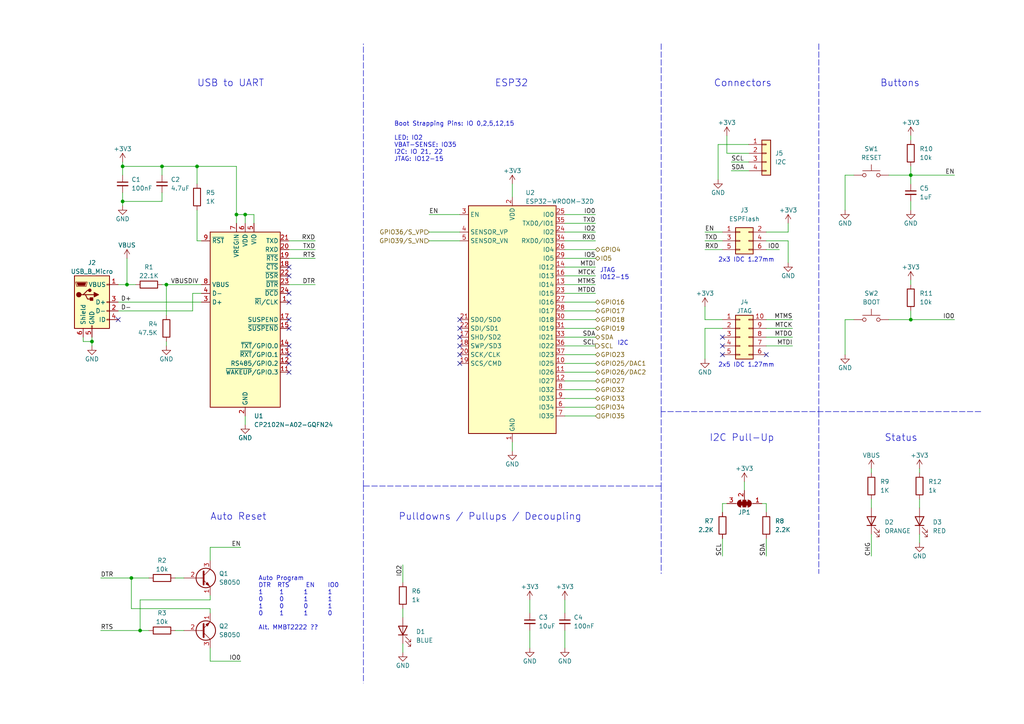
<source format=kicad_sch>
(kicad_sch (version 20211123) (generator eeschema)
  (paper "A4")
  (title_block (title "SW-3221: Controller") (date "2022-01-30") (rev "1"))
  (lib_symbols
    (symbol "Connector:USB_B_Micro" (pin_names (offset 1.016))
      (property "Reference" "J" (at -5.08 11.43 0))
      (property "Value" "USB_B_Micro" (at -5.08 8.89 0))
      (symbol "USB_B_Micro_0_1"
        (rectangle (start -5.08 -7.62) (end 5.08 7.62) (stroke (width 0.254)) (fill (type background)))
        (circle (center -3.81 2.159) (radius 0.635) (stroke (width 0.254)) (fill (type outline)))
        (circle (center -0.635 3.429) (radius 0.381) (stroke (width 0.254)) (fill (type outline)))
        (rectangle (start -0.127 -7.62) (end 0.127 -6.858))
        (polyline (pts (xy -1.905 2.159) (xy 0.635 2.159)) (stroke (width 0.254)))
        (polyline (pts (xy -3.175 2.159) (xy -2.54 2.159) (xy -1.27 3.429) (xy -0.635 3.429)) (stroke (width 0.254)))
        (polyline (pts (xy -2.54 2.159) (xy -1.905 2.159) (xy -1.27 0.889) (xy 0 0.889)) (stroke (width 0.254)))
        (polyline (pts (xy 0.635 2.794) (xy 0.635 1.524) (xy 1.905 2.159) (xy 0.635 2.794)) (stroke (width 0.254)) (fill (type outline)))
        (polyline (pts (xy -4.318 5.588) (xy -1.778 5.588) (xy -2.032 4.826) (xy -4.064 4.826) (xy -4.318 5.588)) (fill (type outline)))
        (polyline (pts (xy -4.699 5.842) (xy -4.699 5.588) (xy -4.445 4.826) (xy -4.445 4.572) (xy -1.651 4.572) (xy -1.651 4.826) (xy -1.397 5.588) (xy -1.397 5.842) (xy -4.699 5.842)))
        (rectangle (start 0.254 1.27) (end -0.508 0.508) (stroke (width 0.254)) (fill (type outline)))
        (rectangle (start 5.08 -5.207) (end 4.318 -4.953))
        (rectangle (start 5.08 -2.667) (end 4.318 -2.413))
        (rectangle (start 5.08 -0.127) (end 4.318 0.127))
        (rectangle (start 5.08 4.953) (end 4.318 5.207))
      )
      (symbol "USB_B_Micro_1_1"
        (pin power_out line (at 7.62 5.08 180) (length 2.54) (name "VBUS") (number "1"))
        (pin bidirectional line (at 7.62 -2.54 180) (length 2.54) (name "D-") (number "2"))
        (pin bidirectional line (at 7.62 0 180) (length 2.54) (name "D+") (number "3"))
        (pin passive line (at 7.62 -5.08 180) (length 2.54) (name "ID") (number "4"))
        (pin power_out line (at 0 -10.16 90) (length 2.54) (name "GND") (number "5"))
        (pin passive line (at -2.54 -10.16 90) (length 2.54) (name "Shield") (number "6"))
      )
    )
    (symbol "Connector_Generic:Conn_01x04" (pin_names (offset 1.016) hide)
      (property "Reference" "J" (at 0 5.08 0))
      (property "Value" "Conn_01x04" (at 0 -7.62 0))
      (symbol "Conn_01x04_1_1"
        (rectangle (start -1.27 -4.953) (end 0 -5.207) (stroke (width 0.1524)))
        (rectangle (start -1.27 -2.413) (end 0 -2.667) (stroke (width 0.1524)))
        (rectangle (start -1.27 0.127) (end 0 -0.127) (stroke (width 0.1524)))
        (rectangle (start -1.27 2.667) (end 0 2.413) (stroke (width 0.1524)))
        (rectangle (start -1.27 3.81) (end 1.27 -6.35) (stroke (width 0.254)) (fill (type background)))
        (pin passive line (at -5.08 2.54 0) (length 3.81) (name "Pin_1") (number "1"))
        (pin passive line (at -5.08 0 0) (length 3.81) (name "Pin_2") (number "2"))
        (pin passive line (at -5.08 -2.54 0) (length 3.81) (name "Pin_3") (number "3"))
        (pin passive line (at -5.08 -5.08 0) (length 3.81) (name "Pin_4") (number "4"))
      )
    )
    (symbol "Connector_Generic:Conn_02x03_Odd_Even" (pin_names (offset 1.016) hide)
      (property "Reference" "J" (at 1.27 5.08 0))
      (property "Value" "Conn_02x03_Odd_Even" (at 1.27 -5.08 0))
      (symbol "Conn_02x03_Odd_Even_1_1"
        (rectangle (start -1.27 -2.413) (end 0 -2.667) (stroke (width 0.1524)))
        (rectangle (start -1.27 0.127) (end 0 -0.127) (stroke (width 0.1524)))
        (rectangle (start -1.27 2.667) (end 0 2.413) (stroke (width 0.1524)))
        (rectangle (start -1.27 3.81) (end 3.81 -3.81) (stroke (width 0.254)) (fill (type background)))
        (rectangle (start 3.81 -2.413) (end 2.54 -2.667) (stroke (width 0.1524)))
        (rectangle (start 3.81 0.127) (end 2.54 -0.127) (stroke (width 0.1524)))
        (rectangle (start 3.81 2.667) (end 2.54 2.413) (stroke (width 0.1524)))
        (pin passive line (at -5.08 2.54 0) (length 3.81) (name "Pin_1") (number "1"))
        (pin passive line (at 7.62 2.54 180) (length 3.81) (name "Pin_2") (number "2"))
        (pin passive line (at -5.08 0 0) (length 3.81) (name "Pin_3") (number "3"))
        (pin passive line (at 7.62 0 180) (length 3.81) (name "Pin_4") (number "4"))
        (pin passive line (at -5.08 -2.54 0) (length 3.81) (name "Pin_5") (number "5"))
        (pin passive line (at 7.62 -2.54 180) (length 3.81) (name "Pin_6") (number "6"))
      )
    )
    (symbol "Connector_Generic:Conn_02x05_Counter_Clockwise" (pin_names (offset 1.016) hide)
      (property "Reference" "J" (at 1.27 7.62 0))
      (property "Value" "Conn_02x05_Counter_Clockwise" (at 1.27 -7.62 0))
      (symbol "Conn_02x05_Counter_Clockwise_1_1"
        (rectangle (start -1.27 -4.953) (end 0 -5.207) (stroke (width 0.1524)))
        (rectangle (start -1.27 -2.413) (end 0 -2.667) (stroke (width 0.1524)))
        (rectangle (start -1.27 0.127) (end 0 -0.127) (stroke (width 0.1524)))
        (rectangle (start -1.27 2.667) (end 0 2.413) (stroke (width 0.1524)))
        (rectangle (start -1.27 5.207) (end 0 4.953) (stroke (width 0.1524)))
        (rectangle (start -1.27 6.35) (end 3.81 -6.35) (stroke (width 0.254)) (fill (type background)))
        (rectangle (start 3.81 -4.953) (end 2.54 -5.207) (stroke (width 0.1524)))
        (rectangle (start 3.81 -2.413) (end 2.54 -2.667) (stroke (width 0.1524)))
        (rectangle (start 3.81 0.127) (end 2.54 -0.127) (stroke (width 0.1524)))
        (rectangle (start 3.81 2.667) (end 2.54 2.413) (stroke (width 0.1524)))
        (rectangle (start 3.81 5.207) (end 2.54 4.953) (stroke (width 0.1524)))
        (pin passive line (at -5.08 5.08 0) (length 3.81) (name "Pin_1") (number "1"))
        (pin passive line (at 7.62 5.08 180) (length 3.81) (name "Pin_10") (number "10"))
        (pin passive line (at -5.08 2.54 0) (length 3.81) (name "Pin_2") (number "2"))
        (pin passive line (at -5.08 0 0) (length 3.81) (name "Pin_3") (number "3"))
        (pin passive line (at -5.08 -2.54 0) (length 3.81) (name "Pin_4") (number "4"))
        (pin passive line (at -5.08 -5.08 0) (length 3.81) (name "Pin_5") (number "5"))
        (pin passive line (at 7.62 -5.08 180) (length 3.81) (name "Pin_6") (number "6"))
        (pin passive line (at 7.62 -2.54 180) (length 3.81) (name "Pin_7") (number "7"))
        (pin passive line (at 7.62 0 180) (length 3.81) (name "Pin_8") (number "8"))
        (pin passive line (at 7.62 2.54 180) (length 3.81) (name "Pin_9") (number "9"))
      )
    )
    (symbol "Device:C_Small" (pin_numbers hide) (pin_names (offset 0.254) hide)
      (property "Reference" "C" (at 0.254 1.778 0))
      (property "Value" "C_Small" (at 0.254 -2.032 0))
      (symbol "C_Small_0_1"
        (polyline (pts (xy -1.524 -0.508) (xy 1.524 -0.508)) (stroke (width 0.3302)))
        (polyline (pts (xy -1.524 0.508) (xy 1.524 0.508)) (stroke (width 0.3048)))
      )
      (symbol "C_Small_1_1"
        (pin passive line (at 0 2.54 270) (length 2.032) (name "~") (number "1"))
        (pin passive line (at 0 -2.54 90) (length 2.032) (name "~") (number "2"))
      )
    )
    (symbol "Device:LED" (pin_numbers hide) (pin_names (offset 1.016) hide)
      (property "Reference" "D" (at 0 2.54 0))
      (property "Value" "LED" (at 0 -2.54 0))
      (symbol "LED_0_1"
        (polyline (pts (xy -1.27 -1.27) (xy -1.27 1.27)) (stroke (width 0.254)))
        (polyline (pts (xy -1.27 0) (xy 1.27 0)))
        (polyline (pts (xy 1.27 -1.27) (xy 1.27 1.27) (xy -1.27 0) (xy 1.27 -1.27)) (stroke (width 0.254)))
        (polyline (pts (xy -3.048 -0.762) (xy -4.572 -2.286) (xy -3.81 -2.286) (xy -4.572 -2.286) (xy -4.572 -1.524)))
        (polyline (pts (xy -1.778 -0.762) (xy -3.302 -2.286) (xy -2.54 -2.286) (xy -3.302 -2.286) (xy -3.302 -1.524)))
      )
      (symbol "LED_1_1"
        (pin passive line (at -3.81 0 0) (length 2.54) (name "K") (number "1"))
        (pin passive line (at 3.81 0 180) (length 2.54) (name "A") (number "2"))
      )
    )
    (symbol "Device:R" (pin_numbers hide) (pin_names (offset 0))
      (property "Reference" "R" (at 2.032 0 90))
      (property "Value" "R" (at 0 0 90))
      (symbol "R_0_1"
        (rectangle (start -1.016 -2.54) (end 1.016 2.54) (stroke (width 0.254)))
      )
      (symbol "R_1_1"
        (pin passive line (at 0 3.81 270) (length 1.27) (name "~") (number "1"))
        (pin passive line (at 0 -3.81 90) (length 1.27) (name "~") (number "2"))
      )
    )
    (symbol "Interface_USB:CP2102N-Axx-xQFN24"
      (property "Reference" "U" (at -8.89 26.67 0))
      (property "Value" "CP2102N-Axx-xQFN24" (at 13.97 26.67 0))
      (symbol "CP2102N-Axx-xQFN24_0_1"
        (rectangle (start -10.16 25.4) (end 10.16 -25.4) (stroke (width 0.254)) (fill (type background)))
      )
      (symbol "CP2102N-Axx-xQFN24_1_1"
        (pin bidirectional line (at 12.7 5.08 180) (length 2.54) (name "~{RI}/CLK") (number "1"))
        (pin no_connect line (at -10.16 -22.86 0) (length 2.54) hide (name "NC") (number "10"))
        (pin bidirectional line (at 12.7 -15.24 180) (length 2.54) (name "~{WAKEUP}/GPIO.3") (number "11"))
        (pin bidirectional line (at 12.7 -12.7 180) (length 2.54) (name "RS485/GPIO.2") (number "12"))
        (pin bidirectional line (at 12.7 -10.16 180) (length 2.54) (name "~{RXT}/GPIO.1") (number "13"))
        (pin bidirectional line (at 12.7 -7.62 180) (length 2.54) (name "~{TXT}/GPIO.0") (number "14"))
        (pin output line (at 12.7 -2.54 180) (length 2.54) (name "~{SUSPEND}") (number "15"))
        (pin no_connect line (at 10.16 -22.86 180) (length 2.54) hide (name "NC") (number "16"))
        (pin output line (at 12.7 0 180) (length 2.54) (name "SUSPEND") (number "17"))
        (pin input line (at 12.7 15.24 180) (length 2.54) (name "~{CTS}") (number "18"))
        (pin output line (at 12.7 17.78 180) (length 2.54) (name "~{RTS}") (number "19"))
        (pin power_in line (at 0 -27.94 90) (length 2.54) (name "GND") (number "2"))
        (pin input line (at 12.7 20.32 180) (length 2.54) (name "RXD") (number "20"))
        (pin output line (at 12.7 22.86 180) (length 2.54) (name "TXD") (number "21"))
        (pin input line (at 12.7 12.7 180) (length 2.54) (name "~{DSR}") (number "22"))
        (pin output line (at 12.7 10.16 180) (length 2.54) (name "~{DTR}") (number "23"))
        (pin input line (at 12.7 7.62 180) (length 2.54) (name "~{DCD}") (number "24"))
        (pin passive line (at 0 -27.94 90) (length 2.54) hide (name "GND") (number "25"))
        (pin bidirectional line (at -12.7 5.08 0) (length 2.54) (name "D+") (number "3"))
        (pin bidirectional line (at -12.7 7.62 0) (length 2.54) (name "D-") (number "4"))
        (pin power_in line (at 2.54 27.94 270) (length 2.54) (name "VIO") (number "5"))
        (pin power_in line (at 0 27.94 270) (length 2.54) (name "VDD") (number "6"))
        (pin power_in line (at -2.54 27.94 270) (length 2.54) (name "VREGIN") (number "7"))
        (pin input line (at -12.7 10.16 0) (length 2.54) (name "VBUS") (number "8"))
        (pin input line (at -12.7 22.86 0) (length 2.54) (name "~{RST}") (number "9"))
      )
    )
    (symbol "Jumper:SolderJumper_3_Bridged123" (pin_names (offset 0) hide)
      (property "Reference" "JP" (at -2.54 -2.54 0))
      (property "Value" "SolderJumper_3_Bridged123" (at 0 2.794 0))
      (symbol "SolderJumper_3_Bridged123_0_1"
        (rectangle (start -1.016 0.508) (end -0.508 -0.508) (fill (type outline)))
        (arc (start -1.016 1.016) (mid -2.032 0) (end -1.016 -1.016))
        (arc (start -1.016 1.016) (mid -2.032 0) (end -1.016 -1.016) (fill (type outline)))
        (rectangle (start -0.508 1.016) (end 0.508 -1.016) (fill (type outline)))
        (polyline (pts (xy -2.54 0) (xy -2.032 0)))
        (polyline (pts (xy -1.016 1.016) (xy -1.016 -1.016)))
        (polyline (pts (xy 0 -1.27) (xy 0 -1.016)))
        (polyline (pts (xy 1.016 1.016) (xy 1.016 -1.016)))
        (polyline (pts (xy 2.54 0) (xy 2.032 0)))
        (rectangle (start 0.508 0.508) (end 1.016 -0.508) (fill (type outline)))
        (arc (start 1.016 -1.016) (mid 2.032 0) (end 1.016 1.016))
        (arc (start 1.016 -1.016) (mid 2.032 0) (end 1.016 1.016) (fill (type outline)))
      )
      (symbol "SolderJumper_3_Bridged123_1_1"
        (pin passive line (at -5.08 0 0) (length 2.54) (name "A") (number "1"))
        (pin input line (at 0 -3.81 90) (length 2.54) (name "C") (number "2"))
        (pin passive line (at 5.08 0 180) (length 2.54) (name "B") (number "3"))
      )
    )
    (symbol "RF_Module:ESP32-WROOM-32D"
      (property "Reference" "U" (at -12.7 34.29 0))
      (property "Value" "ESP32-WROOM-32D" (at 1.27 34.29 0))
      (symbol "ESP32-WROOM-32D_0_1"
        (rectangle (start -12.7 33.02) (end 12.7 -33.02) (stroke (width 0.254)) (fill (type background)))
      )
      (symbol "ESP32-WROOM-32D_1_1"
        (pin power_in line (at 0 -35.56 90) (length 2.54) (name "GND") (number "1"))
        (pin bidirectional line (at 15.24 -12.7 180) (length 2.54) (name "IO25") (number "10"))
        (pin bidirectional line (at 15.24 -15.24 180) (length 2.54) (name "IO26") (number "11"))
        (pin bidirectional line (at 15.24 -17.78 180) (length 2.54) (name "IO27") (number "12"))
        (pin bidirectional line (at 15.24 10.16 180) (length 2.54) (name "IO14") (number "13"))
        (pin bidirectional line (at 15.24 15.24 180) (length 2.54) (name "IO12") (number "14"))
        (pin passive line (at 0 -35.56 90) (length 2.54) hide (name "GND") (number "15"))
        (pin bidirectional line (at 15.24 12.7 180) (length 2.54) (name "IO13") (number "16"))
        (pin bidirectional line (at -15.24 -5.08 0) (length 2.54) (name "SHD/SD2") (number "17"))
        (pin bidirectional line (at -15.24 -7.62 0) (length 2.54) (name "SWP/SD3") (number "18"))
        (pin bidirectional line (at -15.24 -12.7 0) (length 2.54) (name "SCS/CMD") (number "19"))
        (pin power_in line (at 0 35.56 270) (length 2.54) (name "VDD") (number "2"))
        (pin bidirectional line (at -15.24 -10.16 0) (length 2.54) (name "SCK/CLK") (number "20"))
        (pin bidirectional line (at -15.24 0 0) (length 2.54) (name "SDO/SD0") (number "21"))
        (pin bidirectional line (at -15.24 -2.54 0) (length 2.54) (name "SDI/SD1") (number "22"))
        (pin bidirectional line (at 15.24 7.62 180) (length 2.54) (name "IO15") (number "23"))
        (pin bidirectional line (at 15.24 25.4 180) (length 2.54) (name "IO2") (number "24"))
        (pin bidirectional line (at 15.24 30.48 180) (length 2.54) (name "IO0") (number "25"))
        (pin bidirectional line (at 15.24 20.32 180) (length 2.54) (name "IO4") (number "26"))
        (pin bidirectional line (at 15.24 5.08 180) (length 2.54) (name "IO16") (number "27"))
        (pin bidirectional line (at 15.24 2.54 180) (length 2.54) (name "IO17") (number "28"))
        (pin bidirectional line (at 15.24 17.78 180) (length 2.54) (name "IO5") (number "29"))
        (pin input line (at -15.24 30.48 0) (length 2.54) (name "EN") (number "3"))
        (pin bidirectional line (at 15.24 0 180) (length 2.54) (name "IO18") (number "30"))
        (pin bidirectional line (at 15.24 -2.54 180) (length 2.54) (name "IO19") (number "31"))
        (pin no_connect line (at -12.7 -27.94 0) (length 2.54) hide (name "NC") (number "32"))
        (pin bidirectional line (at 15.24 -5.08 180) (length 2.54) (name "IO21") (number "33"))
        (pin bidirectional line (at 15.24 22.86 180) (length 2.54) (name "RXD0/IO3") (number "34"))
        (pin bidirectional line (at 15.24 27.94 180) (length 2.54) (name "TXD0/IO1") (number "35"))
        (pin bidirectional line (at 15.24 -7.62 180) (length 2.54) (name "IO22") (number "36"))
        (pin bidirectional line (at 15.24 -10.16 180) (length 2.54) (name "IO23") (number "37"))
        (pin passive line (at 0 -35.56 90) (length 2.54) hide (name "GND") (number "38"))
        (pin passive line (at 0 -35.56 90) (length 2.54) hide (name "GND") (number "39"))
        (pin input line (at -15.24 25.4 0) (length 2.54) (name "SENSOR_VP") (number "4"))
        (pin input line (at -15.24 22.86 0) (length 2.54) (name "SENSOR_VN") (number "5"))
        (pin input line (at 15.24 -25.4 180) (length 2.54) (name "IO34") (number "6"))
        (pin input line (at 15.24 -27.94 180) (length 2.54) (name "IO35") (number "7"))
        (pin bidirectional line (at 15.24 -20.32 180) (length 2.54) (name "IO32") (number "8"))
        (pin bidirectional line (at 15.24 -22.86 180) (length 2.54) (name "IO33") (number "9"))
      )
    )
    (symbol "Switch:SW_Push" (pin_numbers hide) (pin_names (offset 1.016) hide)
      (property "Reference" "SW" (at 1.27 2.54 0))
      (property "Value" "SW_Push" (at 0 -1.524 0))
      (symbol "SW_Push_0_1"
        (circle (center -2.032 0) (radius 0.508))
        (polyline (pts (xy 0 1.27) (xy 0 3.048)))
        (polyline (pts (xy 2.54 1.27) (xy -2.54 1.27)))
        (circle (center 2.032 0) (radius 0.508))
        (pin passive line (at -5.08 0 0) (length 2.54) (name "1") (number "1"))
        (pin passive line (at 5.08 0 180) (length 2.54) (name "2") (number "2"))
      )
    )
    (symbol "Transistor_BJT:S8050" (pin_names (offset 0) hide)
      (property "Reference" "Q" (at 5.08 1.905 0))
      (property "Value" "S8050" (at 5.08 0 0))
      (symbol "S8050_0_1"
        (polyline (pts (xy 0 0) (xy 0.635 0)))
        (polyline (pts (xy 0.635 0.635) (xy 2.54 2.54)))
        (polyline (pts (xy 0.635 -0.635) (xy 2.54 -2.54) (xy 2.54 -2.54)))
        (polyline (pts (xy 0.635 1.905) (xy 0.635 -1.905) (xy 0.635 -1.905)) (stroke (width 0.508)))
        (polyline (pts (xy 1.27 -1.778) (xy 1.778 -1.27) (xy 2.286 -2.286) (xy 1.27 -1.778) (xy 1.27 -1.778)) (fill (type outline)))
        (circle (center 1.27 0) (radius 2.8194) (stroke (width 0.254)))
      )
      (symbol "S8050_1_1"
        (pin passive line (at 2.54 -5.08 90) (length 2.54) (name "E") (number "1"))
        (pin input line (at -5.08 0 0) (length 5.08) (name "B") (number "2"))
        (pin passive line (at 2.54 5.08 270) (length 2.54) (name "C") (number "3"))
      )
    )
    (symbol "power:+3.3V" (power) (pin_names (offset 0))
      (property "Value" "+3.3V" (at 0 3.556 0))
      (symbol "+3.3V_0_1"
        (polyline (pts (xy -0.762 1.27) (xy 0 2.54)))
        (polyline (pts (xy 0 0) (xy 0 2.54)))
        (polyline (pts (xy 0 2.54) (xy 0.762 1.27)))
      )
      (symbol "+3.3V_1_1"
        (pin power_in line (at 0 0 90) (length 0) hide (name "+3V3") (number "1"))
      )
    )
    (symbol "power:GND" (power) (pin_names (offset 0))
      (property "Value" "GND" (at 0 -3.81 0))
      (symbol "GND_0_1"
        (polyline (pts (xy 0 0) (xy 0 -1.27) (xy 1.27 -1.27) (xy 0 -2.54) (xy -1.27 -1.27) (xy 0 -1.27)))
      )
      (symbol "GND_1_1"
        (pin power_in line (at 0 0 270) (length 0) hide (name "GND") (number "1"))
      )
    )
    (symbol "power:VBUS" (power) (pin_names (offset 0))
      (property "Value" "VBUS" (at 0 3.81 0))
      (symbol "VBUS_0_1"
        (polyline (pts (xy -0.762 1.27) (xy 0 2.54)))
        (polyline (pts (xy 0 0) (xy 0 2.54)))
        (polyline (pts (xy 0 2.54) (xy 0.762 1.27)))
      )
      (symbol "VBUS_1_1"
        (pin power_in line (at 0 0 90) (length 0) hide (name "VBUS") (number "1"))
      )
    )
  )
  (junction (at 38.1 167.64))
  (junction (at 48.26 82.55))
  (junction (at 264.16 50.8))
  (junction (at 40.64 182.88))
  (junction (at 26.67 99.06))
  (junction (at 264.16 92.71))
  (junction (at 36.83 82.55))
  (junction (at 46.99 48.26))
  (junction (at 71.12 62.23))
  (junction (at 57.15 48.26))
  (junction (at 68.58 62.23))
  (junction (at 35.56 58.42))
  (junction (at 35.56 48.26))
  (no_connect (at 133.35 92.71))
  (no_connect (at 133.35 100.33))
  (no_connect (at 133.35 102.87))
  (no_connect (at 133.35 95.25))
  (no_connect (at 133.35 97.79))
  (no_connect (at 133.35 105.41))
  (no_connect (at 83.82 77.47))
  (no_connect (at 83.82 92.71))
  (no_connect (at 83.82 87.63))
  (no_connect (at 83.82 95.25))
  (no_connect (at 83.82 85.09))
  (no_connect (at 83.82 80.01))
  (no_connect (at 83.82 105.41))
  (no_connect (at 83.82 100.33))
  (no_connect (at 83.82 102.87))
  (no_connect (at 83.82 107.95))
  (no_connect (at 34.29 92.71))
  (no_connect (at 222.25 102.87))
  (no_connect (at 209.55 100.33))
  (no_connect (at 209.55 102.87))
  (no_connect (at 209.55 97.79))
  (wire (pts (xy 163.83 69.85) (xy 172.72 69.85)))
  (wire (pts (xy 204.47 95.25) (xy 209.55 95.25)))
  (wire (pts (xy 222.25 72.39) (xy 226.06 72.39)))
  (wire (pts (xy 26.67 99.06) (xy 24.13 99.06)))
  (wire (pts (xy 116.84 186.69) (xy 116.84 189.23)))
  (wire (pts (xy 215.9 139.7) (xy 215.9 142.24)))
  (wire (pts (xy 57.15 69.85) (xy 58.42 69.85)))
  (wire (pts (xy 217.17 46.99) (xy 212.09 46.99)))
  (wire (pts (xy 163.83 64.77) (xy 172.72 64.77)))
  (wire (pts (xy 48.26 82.55) (xy 48.26 91.44)))
  (wire (pts (xy 222.25 161.29) (xy 222.25 156.21)))
  (wire (pts (xy 36.83 74.93) (xy 36.83 82.55)))
  (wire (pts (xy 60.96 162.56) (xy 60.96 158.75)))
  (wire (pts (xy 40.64 182.88) (xy 43.18 182.88)))
  (wire (pts (xy 163.83 95.25) (xy 172.72 95.25)))
  (wire (pts (xy 116.84 163.83) (xy 116.84 168.91)))
  (wire (pts (xy 58.42 85.09) (xy 55.88 85.09)))
  (wire (pts (xy 204.47 92.71) (xy 209.55 92.71)))
  (wire (pts (xy 57.15 48.26) (xy 68.58 48.26)))
  (wire (pts (xy 209.55 72.39) (xy 204.47 72.39)))
  (wire (pts (xy 26.67 97.79) (xy 26.67 99.06)))
  (wire (pts (xy 252.73 144.78) (xy 252.73 147.32)))
  (wire (pts (xy 35.56 48.26) (xy 46.99 48.26)))
  (polyline (pts (xy 284.48 119.38) (xy 191.77 119.38)))
  (wire (pts (xy 73.66 62.23) (xy 71.12 62.23)))
  (wire (pts (xy 163.83 113.03) (xy 172.72 113.03)))
  (wire (pts (xy 209.55 69.85) (xy 204.47 69.85)))
  (wire (pts (xy 163.83 90.17) (xy 172.72 90.17)))
  (wire (pts (xy 220.98 146.05) (xy 222.25 146.05)))
  (wire (pts (xy 46.99 55.88) (xy 46.99 58.42)))
  (wire (pts (xy 264.16 39.37) (xy 264.16 40.64)))
  (wire (pts (xy 163.83 102.87) (xy 172.72 102.87)))
  (wire (pts (xy 57.15 48.26) (xy 57.15 53.34)))
  (wire (pts (xy 222.25 95.25) (xy 229.87 95.25)))
  (wire (pts (xy 264.16 50.8) (xy 257.81 50.8)))
  (wire (pts (xy 68.58 62.23) (xy 68.58 64.77)))
  (polyline (pts (xy 237.49 12.7) (xy 237.49 119.38)))
  (wire (pts (xy 60.96 191.77) (xy 69.85 191.77)))
  (wire (pts (xy 222.25 97.79) (xy 229.87 97.79)))
  (wire (pts (xy 153.67 182.88) (xy 153.67 187.96)))
  (wire (pts (xy 163.83 110.49) (xy 172.72 110.49)))
  (wire (pts (xy 264.16 48.26) (xy 264.16 50.8)))
  (wire (pts (xy 133.35 69.85) (xy 124.46 69.85)))
  (wire (pts (xy 163.83 80.01) (xy 172.72 80.01)))
  (wire (pts (xy 83.82 72.39) (xy 91.44 72.39)))
  (wire (pts (xy 222.25 100.33) (xy 229.87 100.33)))
  (wire (pts (xy 228.6 69.85) (xy 228.6 76.2)))
  (wire (pts (xy 60.96 158.75) (xy 69.85 158.75)))
  (wire (pts (xy 83.82 82.55) (xy 91.44 82.55)))
  (wire (pts (xy 163.83 62.23) (xy 172.72 62.23)))
  (wire (pts (xy 222.25 92.71) (xy 229.87 92.71)))
  (wire (pts (xy 163.83 115.57) (xy 172.72 115.57)))
  (wire (pts (xy 247.65 92.71) (xy 245.11 92.71)))
  (wire (pts (xy 264.16 90.17) (xy 264.16 92.71)))
  (wire (pts (xy 35.56 58.42) (xy 46.99 58.42)))
  (polyline (pts (xy 191.77 140.97) (xy 105.41 140.97)))
  (wire (pts (xy 55.88 85.09) (xy 55.88 90.17)))
  (polyline (pts (xy 237.49 119.38) (xy 237.49 166.37)))
  (wire (pts (xy 163.83 173.99) (xy 163.83 177.8)))
  (wire (pts (xy 83.82 74.93) (xy 91.44 74.93)))
  (wire (pts (xy 24.13 97.79) (xy 24.13 99.06)))
  (wire (pts (xy 257.81 92.71) (xy 264.16 92.71)))
  (wire (pts (xy 46.99 48.26) (xy 57.15 48.26)))
  (wire (pts (xy 228.6 64.77) (xy 228.6 67.31)))
  (wire (pts (xy 163.83 74.93) (xy 172.72 74.93)))
  (wire (pts (xy 50.8 167.64) (xy 53.34 167.64)))
  (wire (pts (xy 38.1 176.53) (xy 60.96 176.53)))
  (wire (pts (xy 148.59 53.34) (xy 148.59 57.15)))
  (wire (pts (xy 68.58 48.26) (xy 68.58 62.23)))
  (wire (pts (xy 57.15 69.85) (xy 57.15 60.96)))
  (wire (pts (xy 60.96 187.96) (xy 60.96 191.77)))
  (wire (pts (xy 208.28 41.91) (xy 208.28 52.07)))
  (wire (pts (xy 55.88 90.17) (xy 34.29 90.17)))
  (wire (pts (xy 163.83 107.95) (xy 172.72 107.95)))
  (wire (pts (xy 264.16 81.28) (xy 264.16 82.55)))
  (wire (pts (xy 163.83 85.09) (xy 172.72 85.09)))
  (wire (pts (xy 124.46 62.23) (xy 133.35 62.23)))
  (wire (pts (xy 264.16 50.8) (xy 264.16 53.34)))
  (polyline (pts (xy 191.77 12.7) (xy 191.77 119.38)))
  (wire (pts (xy 264.16 58.42) (xy 264.16 60.96)))
  (wire (pts (xy 34.29 87.63) (xy 58.42 87.63)))
  (wire (pts (xy 209.55 146.05) (xy 210.82 146.05)))
  (polyline (pts (xy 191.77 140.97) (xy 191.77 166.37)))
  (wire (pts (xy 266.7 135.89) (xy 266.7 137.16)))
  (wire (pts (xy 34.29 82.55) (xy 36.83 82.55)))
  (wire (pts (xy 71.12 62.23) (xy 71.12 64.77)))
  (wire (pts (xy 228.6 67.31) (xy 222.25 67.31)))
  (wire (pts (xy 217.17 49.53) (xy 212.09 49.53)))
  (wire (pts (xy 245.11 50.8) (xy 245.11 60.96)))
  (wire (pts (xy 209.55 148.59) (xy 209.55 146.05)))
  (wire (pts (xy 247.65 50.8) (xy 245.11 50.8)))
  (wire (pts (xy 163.83 82.55) (xy 172.72 82.55)))
  (wire (pts (xy 163.83 105.41) (xy 172.72 105.41)))
  (polyline (pts (xy 105.41 140.97) (xy 105.41 198.12)))
  (wire (pts (xy 266.7 144.78) (xy 266.7 147.32)))
  (wire (pts (xy 60.96 172.72) (xy 60.96 173.99)))
  (wire (pts (xy 46.99 82.55) (xy 48.26 82.55)))
  (wire (pts (xy 35.56 48.26) (xy 35.56 50.8)))
  (wire (pts (xy 148.59 128.27) (xy 148.59 130.81)))
  (wire (pts (xy 252.73 137.16) (xy 252.73 135.89)))
  (wire (pts (xy 60.96 173.99) (xy 40.64 173.99)))
  (wire (pts (xy 210.82 39.37) (xy 210.82 44.45)))
  (polyline (pts (xy 191.77 119.38) (xy 191.77 140.97)))
  (wire (pts (xy 222.25 69.85) (xy 228.6 69.85)))
  (wire (pts (xy 209.55 161.29) (xy 209.55 156.21)))
  (wire (pts (xy 36.83 82.55) (xy 39.37 82.55)))
  (wire (pts (xy 163.83 77.47) (xy 172.72 77.47)))
  (wire (pts (xy 43.18 167.64) (xy 38.1 167.64)))
  (wire (pts (xy 209.55 67.31) (xy 204.47 67.31)))
  (wire (pts (xy 264.16 92.71) (xy 276.86 92.71)))
  (wire (pts (xy 48.26 99.06) (xy 48.26 100.33)))
  (wire (pts (xy 222.25 146.05) (xy 222.25 148.59)))
  (wire (pts (xy 26.67 99.06) (xy 26.67 100.33)))
  (wire (pts (xy 35.56 55.88) (xy 35.56 58.42)))
  (wire (pts (xy 35.56 59.69) (xy 35.56 58.42)))
  (wire (pts (xy 163.83 67.31) (xy 172.72 67.31)))
  (wire (pts (xy 29.21 182.88) (xy 40.64 182.88)))
  (wire (pts (xy 266.7 154.94) (xy 266.7 157.48)))
  (wire (pts (xy 46.99 48.26) (xy 46.99 50.8)))
  (wire (pts (xy 71.12 62.23) (xy 68.58 62.23)))
  (wire (pts (xy 133.35 67.31) (xy 124.46 67.31)))
  (wire (pts (xy 163.83 182.88) (xy 163.83 187.96)))
  (wire (pts (xy 252.73 154.94) (xy 252.73 161.29)))
  (wire (pts (xy 153.67 173.99) (xy 153.67 177.8)))
  (wire (pts (xy 40.64 173.99) (xy 40.64 182.88)))
  (wire (pts (xy 163.83 87.63) (xy 172.72 87.63)))
  (wire (pts (xy 83.82 69.85) (xy 91.44 69.85)))
  (wire (pts (xy 163.83 97.79) (xy 172.72 97.79)))
  (wire (pts (xy 35.56 46.99) (xy 35.56 48.26)))
  (wire (pts (xy 29.21 167.64) (xy 38.1 167.64)))
  (wire (pts (xy 163.83 72.39) (xy 172.72 72.39)))
  (wire (pts (xy 163.83 92.71) (xy 172.72 92.71)))
  (wire (pts (xy 163.83 118.11) (xy 172.72 118.11)))
  (wire (pts (xy 71.12 120.65) (xy 71.12 123.19)))
  (wire (pts (xy 217.17 44.45) (xy 210.82 44.45)))
  (wire (pts (xy 204.47 88.9) (xy 204.47 92.71)))
  (wire (pts (xy 38.1 167.64) (xy 38.1 176.53)))
  (wire (pts (xy 264.16 50.8) (xy 276.86 50.8)))
  (wire (pts (xy 204.47 104.14) (xy 204.47 95.25)))
  (polyline (pts (xy 105.41 140.97) (xy 105.41 12.7)))
  (wire (pts (xy 48.26 82.55) (xy 58.42 82.55)))
  (wire (pts (xy 245.11 92.71) (xy 245.11 102.87)))
  (wire (pts (xy 163.83 100.33) (xy 172.72 100.33)))
  (wire (pts (xy 50.8 182.88) (xy 53.34 182.88)))
  (wire (pts (xy 116.84 176.53) (xy 116.84 179.07)))
  (wire (pts (xy 208.28 41.91) (xy 217.17 41.91)))
  (wire (pts (xy 73.66 64.77) (xy 73.66 62.23)))
  (wire (pts (xy 60.96 176.53) (xy 60.96 177.8)))
  (wire (pts (xy 163.83 120.65) (xy 172.72 120.65)))
  (text "Status" (at 256.54 128.27 0) (effects (font (size 2 2)) (justify left bottom)))
  (text "I2C" (at 179.07 100.33 0) (effects (font (size 1.27 1.27)) (justify left bottom)))
  (text "ESP32" (at 143.51 25.4 0) (effects (font (size 2 2)) (justify left bottom)))
  (text "2x3 IDC 1.27mm" (at 208.28 76.2 0) (effects (font (size 1.27 1.27)) (justify left bottom)))
  (text "2x5 IDC 1.27mm" (at 208.28 106.68 0) (effects (font (size 1.27 1.27)) (justify left bottom)))
  (text "Auto Program\nDTR  RTS     EN    IO0\n1     1      1      1\n0     0      1      1\n1     0      0      1\n0     1      1      0\n\nAlt. MMBT2222 ??" (at 74.93 182.88 0) (effects (font (size 1.27 1.27)) (justify left bottom)))
  (text "Auto Reset" (at 60.96 151.13 0) (effects (font (size 2 2)) (justify left bottom)))
  (text "USB to UART" (at 57.15 25.4 0) (effects (font (size 2 2)) (justify left bottom)))
  (text "I2C Pull-Up" (at 205.74 128.27 0) (effects (font (size 2 2)) (justify left bottom)))
  (text "JTAG\nIO12-15" (at 173.99 81.28 0) (effects (font (size 1.27 1.27)) (justify left bottom)))
  (text "Boot Strapping Pins: IO 0,2,5,12,15\n\nLED: IO2\nVBAT-SENSE: IO35\nI2C: IO 21, 22\nJTAG: IO12-15" (at 114.3 46.99 0) (effects (font (size 1.27 1.27)) (justify left bottom)))
  (text "Connectors" (at 207.01 25.4 0) (effects (font (size 2 2)) (justify left bottom)))
  (text "Buttons" (at 255.27 25.4 0) (effects (font (size 2 2)) (justify left bottom)))
  (text "Pulldowns / Pullups / Decoupling" (at 115.57 151.13 0) (effects (font (size 2 2)) (justify left bottom)))
  (label "TXD" (at 172.72 64.77 180))
  (label "MTDO" (at 172.72 85.09 180))
  (label "MTCK" (at 229.87 95.25 180))
  (label "IO5" (at 172.72 74.93 180))
  (label "IO2" (at 172.72 67.31 180))
  (label "CHG" (at 252.73 161.29 90))
  (label "MTCK" (at 172.72 80.01 180))
  (label "SDA" (at 222.25 161.29 90))
  (label "SCL" (at 212.09 46.99 0))
  (label "VBUSDIV" (at 49.53 82.55 0))
  (label "SDA" (at 212.09 49.53 0))
  (label "IO0" (at 69.85 191.77 180))
  (label "RTS" (at 29.21 182.88 0))
  (label "D-" (at 38.1 90.17 180))
  (label "MTMS" (at 172.72 82.55 180))
  (label "EN" (at 69.85 158.75 180))
  (label "MTDI" (at 229.87 100.33 180))
  (label "RXD" (at 172.72 69.85 180))
  (label "EN" (at 276.86 50.8 180))
  (label "TXD" (at 91.44 72.39 180))
  (label "TXD" (at 204.47 69.85 0))
  (label "IO2" (at 116.84 163.83 270))
  (label "SDA" (at 172.72 97.79 180))
  (label "MTDI" (at 172.72 77.47 180))
  (label "DTR" (at 29.21 167.64 0))
  (label "IO0" (at 172.72 62.23 180))
  (label "D+" (at 38.1 87.63 180))
  (label "SCL" (at 209.55 161.29 90))
  (label "IO0" (at 276.86 92.71 180))
  (label "RXD" (at 91.44 69.85 180))
  (label "SCL" (at 172.72 100.33 180))
  (label "RTS" (at 91.44 74.93 180))
  (label "RXD" (at 204.47 72.39 0))
  (label "MTDO" (at 229.87 97.79 180))
  (label "EN" (at 124.46 62.23 0))
  (label "DTR" (at 91.44 82.55 180))
  (label "IO0" (at 226.06 72.39 180))
  (label "EN" (at 204.47 67.31 0))
  (label "MTMS" (at 229.87 92.71 180))
  (hierarchical_label "GPIO25{slash}DAC1" (shape bidirectional) (at 172.72 105.41 0))
  (hierarchical_label "IO5" (shape bidirectional) (at 172.72 74.93 0))
  (hierarchical_label "GPIO23" (shape bidirectional) (at 172.72 102.87 0))
  (hierarchical_label "GPIO27" (shape bidirectional) (at 172.72 110.49 0))
  (hierarchical_label "GPIO18" (shape bidirectional) (at 172.72 92.71 0))
  (hierarchical_label "GPIO36{slash}S_VP" (shape input) (at 124.46 67.31 180))
  (hierarchical_label "GPIO39{slash}S_VN" (shape input) (at 124.46 69.85 180))
  (hierarchical_label "SDA" (shape bidirectional) (at 172.72 97.79 0))
  (hierarchical_label "GPIO33" (shape bidirectional) (at 172.72 115.57 0))
  (hierarchical_label "GPIO34" (shape input) (at 172.72 118.11 0))
  (hierarchical_label "GPIO32" (shape bidirectional) (at 172.72 113.03 0))
  (hierarchical_label "GPIO16" (shape bidirectional) (at 172.72 87.63 0))
  (hierarchical_label "SCL" (shape output) (at 172.72 100.33 0))
  (hierarchical_label "GPIO19" (shape bidirectional) (at 172.72 95.25 0))
  (hierarchical_label "GPIO35" (shape input) (at 172.72 120.65 0))
  (hierarchical_label "GPIO26{slash}DAC2" (shape bidirectional) (at 172.72 107.95 0))
  (hierarchical_label "GPIO17" (shape bidirectional) (at 172.72 90.17 0))
  (hierarchical_label "GPIO4" (shape bidirectional) (at 172.72 72.39 0))
  (symbol (lib_id "Device:C_Small") (at 153.67 180.34 0) (unit 1)
    (property "Reference" "C3" (at 156.21 179.07 0) (effects (justify left)))
    (property "Value" "10uF" (at 156.21 181.61 0) (effects (justify left)))
    (property "Footprint" "Capacitor_SMD:C_0603_1608Metric" (effects hide))
  )
  (symbol (lib_id "power:+3.3V") (at 264.16 81.28 0) (unit 1)
    (property "Reference" "#PWR030" (effects hide))
    (property "Value" "+3.3V" (at 264.16 77.47 0))
  )
  (symbol (lib_id "power:GND") (at 266.7 157.48 0) (unit 1)
    (property "Reference" "#PWR032" (effects hide))
    (property "Value" "GND" (at 266.7 161.29 0))
  )
  (symbol (lib_id "Device:LED") (at 266.7 151.13 90) (unit 1)
    (property "Reference" "D3" (at 270.51 151.4474 90) (effects (justify right)))
    (property "Value" "RED" (at 270.51 153.9874 90) (effects (justify right)))
    (property "Footprint" "LED_SMD:LED_0805_2012Metric" (effects hide))
  )
  (symbol (lib_id "power:+3.3V") (at 204.47 88.9 0) (unit 1)
    (property "Reference" "#PWR018" (effects hide))
    (property "Value" "+3.3V" (at 204.47 85.09 0))
  )
  (symbol (lib_id "Device:R") (at 116.84 172.72 180) (unit 1)
    (property "Reference" "R6" (at 119.38 171.4499 0) (effects (justify right)))
    (property "Value" "1k" (at 119.38 173.9899 0) (effects (justify right)))
    (property "Footprint" "Resistor_SMD:R_0603_1608Metric" (effects hide))
  )
  (symbol (lib_id "power:GND") (at 204.47 104.14 0) (unit 1)
    (property "Reference" "#PWR019" (effects hide))
    (property "Value" "GND" (at 204.47 107.95 0))
  )
  (symbol (lib_id "RF_Module:ESP32-WROOM-32D") (at 148.59 92.71 0) (unit 1)
    (property "Reference" "U2" (at 152.4 55.88 0) (effects (justify left)))
    (property "Value" "ESP32-WROOM-32D" (at 152.4 58.42 0) (effects (justify left)))
    (property "Footprint" "RF_Module:ESP32-WROOM-32" (effects hide))
    (property "Datasheet" "https://www.espressif.com/sites/default/files/documentation/esp32-wroom-32d_esp32-wroom-32u_datasheet_en.pdf" (effects hide))
  )
  (symbol (lib_id "power:+3.3V") (at 210.82 39.37 0) (unit 1)
    (property "Reference" "#PWR021" (effects hide))
    (property "Value" "+3.3V" (at 210.82 35.56 0))
  )
  (symbol (lib_id "power:+3.3V") (at 228.6 64.77 0) (unit 1)
    (property "Reference" "#PWR023" (effects hide))
    (property "Value" "+3.3V" (at 228.6 60.96 0))
  )
  (symbol (lib_id "power:+3.3V") (at 163.83 173.99 0) (unit 1)
    (property "Reference" "#PWR016" (effects hide))
    (property "Value" "+3.3V" (at 163.83 170.18 0))
  )
  (symbol (lib_id "Transistor_BJT:S8050") (at 58.42 167.64 0) (unit 1)
    (property "Reference" "Q1" (at 63.5 166.3699 0) (effects (justify left)))
    (property "Value" "S8050" (at 63.5 168.9099 0) (effects (justify left)))
    (property "Footprint" "Package_TO_SOT_SMD:SOT-23" (effects hide))
    (property "Datasheet" "http://www.unisonic.com.tw/datasheet/S8050.pdf" (effects hide))
  )
  (symbol (lib_id "Device:C_Small") (at 264.16 55.88 0) (unit 1)
    (property "Reference" "C5" (at 266.7 54.6162 0) (effects (justify left)))
    (property "Value" "1uF" (at 266.7 57.1562 0) (effects (justify left)))
    (property "Footprint" "Capacitor_SMD:C_0603_1608Metric" (effects hide))
  )
  (symbol (lib_id "Device:LED") (at 116.84 182.88 90) (unit 1)
    (property "Reference" "D1" (at 120.65 183.1974 90) (effects (justify right)))
    (property "Value" "BLUE" (at 120.65 185.7374 90) (effects (justify right)))
    (property "Footprint" "LED_SMD:LED_0805_2012Metric" (effects hide))
  )
  (symbol (lib_id "Device:R") (at 264.16 44.45 180) (unit 1)
    (property "Reference" "R10" (at 266.7 43.1799 0) (effects (justify right)))
    (property "Value" "10k" (at 266.7 45.7199 0) (effects (justify right)))
    (property "Footprint" "Resistor_SMD:R_0603_1608Metric" (effects hide))
  )
  (symbol (lib_id "power:GND") (at 163.83 187.96 0) (unit 1)
    (property "Reference" "#PWR017" (effects hide))
    (property "Value" "GND" (at 163.83 191.77 0))
  )
  (symbol (lib_id "Device:R") (at 48.26 95.25 0) (unit 1)
    (property "Reference" "R4" (at 45.72 93.9799 0) (effects (justify right)))
    (property "Value" "47.5K" (at 45.72 96.5199 0) (effects (justify right)))
    (property "Footprint" "Resistor_SMD:R_0603_1608Metric" (effects hide))
  )
  (symbol (lib_id "power:+3.3V") (at 148.59 53.34 0) (unit 1)
    (property "Reference" "#PWR012" (effects hide))
    (property "Value" "+3.3V" (at 148.59 49.53 0))
  )
  (symbol (lib_id "power:GND") (at 208.28 52.07 0) (unit 1)
    (property "Reference" "#PWR020" (effects hide))
    (property "Value" "GND" (at 208.28 55.88 0))
  )
  (symbol (lib_id "Interface_USB:CP2102N-Axx-xQFN24") (at 71.12 92.71 0) (unit 1)
    (property "Reference" "U1" (at 73.66 120.65 0) (effects (justify left)))
    (property "Value" "CP2102N-A02-GQFN24" (at 73.66 123.19 0) (effects (justify left)))
    (property "Footprint" "Package_DFN_QFN:QFN-24-1EP_4x4mm_P0.5mm_EP2.6x2.6mm" (effects hide))
    (property "Datasheet" "https://www.silabs.com/documents/public/data-sheets/cp2102n-datasheet.pdf" (effects hide))
  )
  (symbol (lib_id "Connector_Generic:Conn_02x03_Odd_Even") (at 214.63 69.85 0) (unit 1)
    (property "Reference" "J3" (at 215.9 60.96 0))
    (property "Value" "ESPFlash" (at 215.9 63.5 0))
  )
  (symbol (lib_id "Device:R") (at 46.99 182.88 90) (unit 1)
    (property "Reference" "R3" (at 46.99 177.8 90))
    (property "Value" "10k" (at 46.99 180.34 90))
    (property "Footprint" "Resistor_SMD:R_0603_1608Metric" (effects hide))
  )
  (symbol (lib_id "Connector:USB_B_Micro") (at 26.67 87.63 0) (unit 1)
    (property "Reference" "J2" (at 26.67 76.2 0))
    (property "Value" "USB_B_Micro" (at 26.67 78.74 0))
  )
  (symbol (lib_id "Device:R") (at 264.16 86.36 180) (unit 1)
    (property "Reference" "R11" (at 266.7 85.0899 0) (effects (justify right)))
    (property "Value" "10k" (at 266.7 87.6299 0) (effects (justify right)))
    (property "Footprint" "Resistor_SMD:R_0603_1608Metric" (effects hide))
  )
  (symbol (lib_id "power:+3.3V") (at 153.67 173.99 0) (unit 1)
    (property "Reference" "#PWR014" (effects hide))
    (property "Value" "+3.3V" (at 153.67 170.18 0))
  )
  (symbol (lib_id "power:+3.3V") (at 264.16 39.37 0) (unit 1)
    (property "Reference" "#PWR028" (effects hide))
    (property "Value" "+3.3V" (at 264.16 35.56 0))
  )
  (symbol (lib_id "power:+3.3V") (at 266.7 135.89 0) (unit 1)
    (property "Reference" "#PWR031" (effects hide))
    (property "Value" "+3.3V" (at 266.7 132.08 0))
  )
  (symbol (lib_id "Switch:SW_Push") (at 252.73 50.8 0) (unit 1)
    (property "Reference" "SW1" (at 252.73 43.18 0))
    (property "Value" "RESET" (at 252.73 45.72 0))
    (property "Footprint" "Button_Switch_SMD:SW_Push_SPST_NO_Alps_SKRK" (effects hide))
  )
  (symbol (lib_id "Device:C_Small") (at 35.56 53.34 0) (unit 1)
    (property "Reference" "C1" (at 38.1 52.0762 0) (effects (justify left)))
    (property "Value" "100nF" (at 38.1 54.6162 0) (effects (justify left)))
    (property "Footprint" "Capacitor_SMD:C_0603_1608Metric" (effects hide))
  )
  (symbol (lib_id "power:+3.3V") (at 215.9 139.7 0) (unit 1)
    (property "Reference" "#PWR022" (effects hide))
    (property "Value" "+3.3V" (at 215.9 135.89 0))
  )
  (symbol (lib_id "Switch:SW_Push") (at 252.73 92.71 0) (unit 1)
    (property "Reference" "SW2" (at 252.73 85.09 0))
    (property "Value" "BOOT" (at 252.73 87.63 0))
    (property "Footprint" "Button_Switch_SMD:SW_Push_SPST_NO_Alps_SKRK" (effects hide))
  )
  (symbol (lib_id "Device:LED") (at 252.73 151.13 90) (unit 1)
    (property "Reference" "D2" (at 256.54 151.4474 90) (effects (justify right)))
    (property "Value" "ORANGE" (at 256.54 153.9874 90) (effects (justify right)))
    (property "Footprint" "LED_SMD:LED_0805_2012Metric" (effects hide))
  )
  (symbol (lib_id "power:GND") (at 264.16 60.96 0) (unit 1)
    (property "Reference" "#PWR029" (effects hide))
    (property "Value" "GND" (at 264.16 64.77 0))
  )
  (symbol (lib_id "Transistor_BJT:S8050") (at 58.42 182.88 0) (mirror x) (unit 1)
    (property "Reference" "Q2" (at 63.5 181.6099 0) (effects (justify left)))
    (property "Value" "S8050" (at 63.5 184.1499 0) (effects (justify left)))
    (property "Footprint" "Package_TO_SOT_SMD:SOT-23" (effects hide))
    (property "Datasheet" "http://www.unisonic.com.tw/datasheet/S8050.pdf" (effects hide))
  )
  (symbol (lib_id "Device:R") (at 209.55 152.4 0) (unit 1)
    (property "Reference" "R7" (at 207.01 151.1299 0) (effects (justify right)))
    (property "Value" "2.2K" (at 207.01 153.6699 0) (effects (justify right)))
    (property "Footprint" "Resistor_SMD:R_0603_1608Metric" (effects hide))
  )
  (symbol (lib_id "power:+3.3V") (at 35.56 46.99 0) (unit 1)
    (property "Reference" "#PWR06" (effects hide))
    (property "Value" "+3.3V" (at 35.56 43.18 0))
  )
  (symbol (lib_id "power:GND") (at 153.67 187.96 0) (unit 1)
    (property "Reference" "#PWR015" (effects hide))
    (property "Value" "GND" (at 153.67 191.77 0))
  )
  (symbol (lib_id "power:GND") (at 26.67 100.33 0) (unit 1)
    (property "Reference" "#PWR05" (effects hide))
    (property "Value" "GND" (at 26.67 104.14 0))
  )
  (symbol (lib_id "Device:R") (at 57.15 57.15 0) (unit 1)
    (property "Reference" "R5" (at 59.69 55.8799 0) (effects (justify left)))
    (property "Value" "1K" (at 59.69 58.4199 0) (effects (justify left)))
    (property "Footprint" "Resistor_SMD:R_0603_1608Metric" (effects hide))
  )
  (symbol (lib_id "Device:R") (at 43.18 82.55 90) (unit 1)
    (property "Reference" "R1" (at 43.18 77.47 90))
    (property "Value" "22.1K" (at 43.18 80.01 90))
    (property "Footprint" "Resistor_SMD:R_0603_1608Metric" (effects hide))
  )
  (symbol (lib_id "Jumper:SolderJumper_3_Bridged123") (at 215.9 146.05 180) (unit 1)
    (property "Reference" "JP1" (at 215.9 148.59 0))
    (property "Value" "SolderJumper_3_Bridged123" (effects hide))
  )
  (symbol (lib_id "power:GND") (at 71.12 123.19 0) (unit 1)
    (property "Reference" "#PWR010" (effects hide))
    (property "Value" "GND" (at 71.12 127 0))
  )
  (symbol (lib_id "Connector_Generic:Conn_02x05_Counter_Clockwise") (at 214.63 97.79 0) (unit 1)
    (property "Reference" "J4" (at 215.9 87.63 0))
    (property "Value" "JTAG" (at 215.9 90.17 0))
  )
  (symbol (lib_id "power:GND") (at 48.26 100.33 0) (unit 1)
    (property "Reference" "#PWR09" (effects hide))
    (property "Value" "GND" (at 48.26 104.14 0))
  )
  (symbol (lib_id "power:GND") (at 245.11 60.96 0) (unit 1)
    (property "Reference" "#PWR025" (effects hide))
    (property "Value" "GND" (at 245.11 64.77 0))
  )
  (symbol (lib_id "power:GND") (at 228.6 76.2 0) (unit 1)
    (property "Reference" "#PWR024" (effects hide))
    (property "Value" "GND" (at 228.6 80.01 0))
  )
  (symbol (lib_id "Device:R") (at 46.99 167.64 90) (unit 1)
    (property "Reference" "R2" (at 46.99 162.56 90))
    (property "Value" "10k" (at 46.99 165.1 90))
    (property "Footprint" "Resistor_SMD:R_0603_1608Metric" (effects hide))
  )
  (symbol (lib_id "Device:C_Small") (at 163.83 180.34 0) (unit 1)
    (property "Reference" "C4" (at 166.37 179.07 0) (effects (justify left)))
    (property "Value" "100nF" (at 166.37 181.61 0) (effects (justify left)))
    (property "Footprint" "Capacitor_SMD:C_0603_1608Metric" (effects hide))
  )
  (symbol (lib_id "Device:R") (at 266.7 140.97 180) (unit 1)
    (property "Reference" "R12" (at 269.24 139.6999 0) (effects (justify right)))
    (property "Value" "1k" (at 269.24 142.2399 0) (effects (justify right)))
    (property "Footprint" "Resistor_SMD:R_0603_1608Metric" (effects hide))
  )
  (symbol (lib_id "power:GND") (at 116.84 189.23 0) (unit 1)
    (property "Reference" "#PWR011" (effects hide))
    (property "Value" "GND" (at 116.84 193.04 0))
  )
  (symbol (lib_id "Device:R") (at 222.25 152.4 0) (unit 1)
    (property "Reference" "R8" (at 224.79 151.1299 0) (effects (justify left)))
    (property "Value" "2.2K" (at 224.79 153.6699 0) (effects (justify left)))
    (property "Footprint" "Resistor_SMD:R_0603_1608Metric" (effects hide))
  )
  (symbol (lib_id "power:VBUS") (at 252.73 135.89 0) (unit 1)
    (property "Reference" "#PWR027" (effects hide))
    (property "Value" "VBUS" (at 252.73 132.08 0))
  )
  (symbol (lib_id "Device:C_Small") (at 46.99 53.34 0) (unit 1)
    (property "Reference" "C2" (at 49.53 52.0762 0) (effects (justify left)))
    (property "Value" "4.7uF" (at 49.53 54.6162 0) (effects (justify left)))
    (property "Footprint" "Capacitor_SMD:C_0603_1608Metric" (effects hide))
  )
  (symbol (lib_id "power:GND") (at 35.56 59.69 0) (unit 1)
    (property "Reference" "#PWR07" (effects hide))
    (property "Value" "GND" (at 35.56 63.5 0))
  )
  (symbol (lib_id "power:GND") (at 148.59 130.81 0) (unit 1)
    (property "Reference" "#PWR013" (effects hide))
    (property "Value" "GND" (at 148.59 134.62 0))
  )
  (symbol (lib_id "Device:R") (at 252.73 140.97 180) (unit 1)
    (property "Reference" "R9" (at 255.27 139.6999 0) (effects (justify right)))
    (property "Value" "1K" (at 255.27 142.2399 0) (effects (justify right)))
    (property "Footprint" "Resistor_SMD:R_0603_1608Metric" (effects hide))
  )
  (symbol (lib_id "power:VBUS") (at 36.83 74.93 0) (unit 1)
    (property "Reference" "#PWR08" (effects hide))
    (property "Value" "VBUS" (at 36.83 71.12 0))
  )
  (symbol (lib_id "Connector_Generic:Conn_01x04") (at 222.25 44.45 0) (unit 1)
    (property "Reference" "J5" (at 224.79 44.4499 0) (effects (justify left)))
    (property "Value" "I2C" (at 224.79 46.9899 0) (effects (justify left)))
    (property "Footprint" "Connector_PinHeader_2.54mm:PinHeader_1x04_P2.54mm_Vertical" (effects hide))
  )
  (symbol (lib_id "power:GND") (at 245.11 102.87 0) (unit 1)
    (property "Reference" "#PWR026" (effects hide))
    (property "Value" "GND" (at 245.11 106.68 0))
  )
)
</source>
